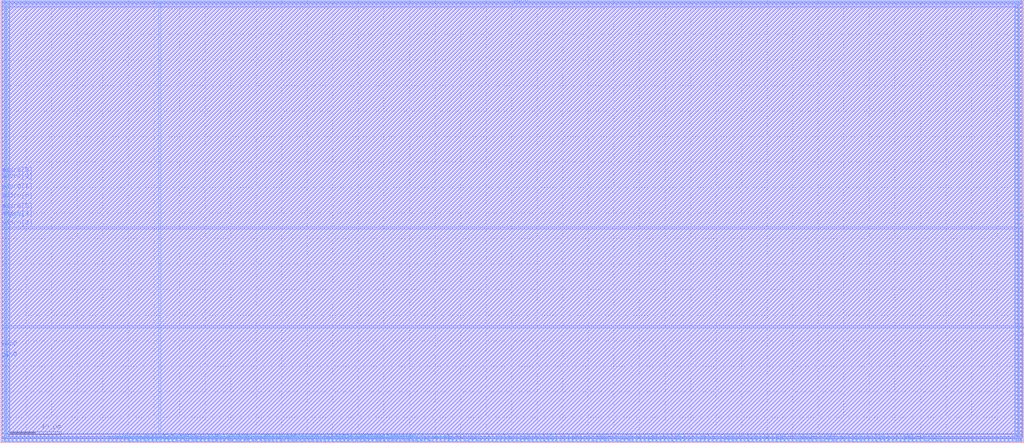
<source format=lef>
VERSION 5.4 ;
NAMESCASESENSITIVE ON ;
BUSBITCHARS "[]" ;
DIVIDERCHAR "/" ;
UNITS
  DATABASE MICRONS 2000 ;
END UNITS
MACRO sram_1rw0r0w_32_1024_sky130
   CLASS BLOCK ;
   SIZE 800.74 BY 347.18 ;
   SYMMETRY X Y R90 ;
   PIN din0[0]
      DIRECTION INPUT ;
      PORT
         LAYER met4 ;
         RECT  124.44 0.0 124.82 0.38 ;
      END
   END din0[0]
   PIN din0[1]
      DIRECTION INPUT ;
      PORT
         LAYER met4 ;
         RECT  131.24 0.0 131.62 0.38 ;
      END
   END din0[1]
   PIN din0[2]
      DIRECTION INPUT ;
      PORT
         LAYER met4 ;
         RECT  136.0 0.0 136.38 0.38 ;
      END
   END din0[2]
   PIN din0[3]
      DIRECTION INPUT ;
      PORT
         LAYER met4 ;
         RECT  142.12 0.0 142.5 0.38 ;
      END
   END din0[3]
   PIN din0[4]
      DIRECTION INPUT ;
      PORT
         LAYER met4 ;
         RECT  148.92 0.0 149.3 0.38 ;
      END
   END din0[4]
   PIN din0[5]
      DIRECTION INPUT ;
      PORT
         LAYER met4 ;
         RECT  153.68 0.0 154.06 0.38 ;
      END
   END din0[5]
   PIN din0[6]
      DIRECTION INPUT ;
      PORT
         LAYER met4 ;
         RECT  160.48 0.0 160.86 0.38 ;
      END
   END din0[6]
   PIN din0[7]
      DIRECTION INPUT ;
      PORT
         LAYER met4 ;
         RECT  165.24 0.0 165.62 0.38 ;
      END
   END din0[7]
   PIN din0[8]
      DIRECTION INPUT ;
      PORT
         LAYER met4 ;
         RECT  172.04 0.0 172.42 0.38 ;
      END
   END din0[8]
   PIN din0[9]
      DIRECTION INPUT ;
      PORT
         LAYER met4 ;
         RECT  178.16 0.0 178.54 0.38 ;
      END
   END din0[9]
   PIN din0[10]
      DIRECTION INPUT ;
      PORT
         LAYER met4 ;
         RECT  183.6 0.0 183.98 0.38 ;
      END
   END din0[10]
   PIN din0[11]
      DIRECTION INPUT ;
      PORT
         LAYER met4 ;
         RECT  189.72 0.0 190.1 0.38 ;
      END
   END din0[11]
   PIN din0[12]
      DIRECTION INPUT ;
      PORT
         LAYER met4 ;
         RECT  195.16 0.0 195.54 0.38 ;
      END
   END din0[12]
   PIN din0[13]
      DIRECTION INPUT ;
      PORT
         LAYER met4 ;
         RECT  201.28 0.0 201.66 0.38 ;
      END
   END din0[13]
   PIN din0[14]
      DIRECTION INPUT ;
      PORT
         LAYER met4 ;
         RECT  206.04 0.0 206.42 0.38 ;
      END
   END din0[14]
   PIN din0[15]
      DIRECTION INPUT ;
      PORT
         LAYER met4 ;
         RECT  212.84 0.0 213.22 0.38 ;
      END
   END din0[15]
   PIN din0[16]
      DIRECTION INPUT ;
      PORT
         LAYER met4 ;
         RECT  218.96 0.0 219.34 0.38 ;
      END
   END din0[16]
   PIN din0[17]
      DIRECTION INPUT ;
      PORT
         LAYER met4 ;
         RECT  224.4 0.0 224.78 0.38 ;
      END
   END din0[17]
   PIN din0[18]
      DIRECTION INPUT ;
      PORT
         LAYER met4 ;
         RECT  230.52 0.0 230.9 0.38 ;
      END
   END din0[18]
   PIN din0[19]
      DIRECTION INPUT ;
      PORT
         LAYER met4 ;
         RECT  235.96 0.0 236.34 0.38 ;
      END
   END din0[19]
   PIN din0[20]
      DIRECTION INPUT ;
      PORT
         LAYER met4 ;
         RECT  242.08 0.0 242.46 0.38 ;
      END
   END din0[20]
   PIN din0[21]
      DIRECTION INPUT ;
      PORT
         LAYER met4 ;
         RECT  248.2 0.0 248.58 0.38 ;
      END
   END din0[21]
   PIN din0[22]
      DIRECTION INPUT ;
      PORT
         LAYER met4 ;
         RECT  253.64 0.0 254.02 0.38 ;
      END
   END din0[22]
   PIN din0[23]
      DIRECTION INPUT ;
      PORT
         LAYER met4 ;
         RECT  259.76 0.0 260.14 0.38 ;
      END
   END din0[23]
   PIN din0[24]
      DIRECTION INPUT ;
      PORT
         LAYER met4 ;
         RECT  264.52 0.0 264.9 0.38 ;
      END
   END din0[24]
   PIN din0[25]
      DIRECTION INPUT ;
      PORT
         LAYER met4 ;
         RECT  271.32 0.0 271.7 0.38 ;
      END
   END din0[25]
   PIN din0[26]
      DIRECTION INPUT ;
      PORT
         LAYER met4 ;
         RECT  276.08 0.0 276.46 0.38 ;
      END
   END din0[26]
   PIN din0[27]
      DIRECTION INPUT ;
      PORT
         LAYER met4 ;
         RECT  282.2 0.0 282.58 0.38 ;
      END
   END din0[27]
   PIN din0[28]
      DIRECTION INPUT ;
      PORT
         LAYER met4 ;
         RECT  288.32 0.0 288.7 0.38 ;
      END
   END din0[28]
   PIN din0[29]
      DIRECTION INPUT ;
      PORT
         LAYER met4 ;
         RECT  293.76 0.0 294.14 0.38 ;
      END
   END din0[29]
   PIN din0[30]
      DIRECTION INPUT ;
      PORT
         LAYER met4 ;
         RECT  300.56 0.0 300.94 0.38 ;
      END
   END din0[30]
   PIN din0[31]
      DIRECTION INPUT ;
      PORT
         LAYER met4 ;
         RECT  305.32 0.0 305.7 0.38 ;
      END
   END din0[31]
   PIN din0[32]
      DIRECTION INPUT ;
      PORT
         LAYER met4 ;
         RECT  312.12 0.0 312.5 0.38 ;
      END
   END din0[32]
   PIN addr0[0]
      DIRECTION INPUT ;
      PORT
         LAYER met4 ;
         RECT  83.64 0.0 84.02 0.38 ;
      END
   END addr0[0]
   PIN addr0[1]
      DIRECTION INPUT ;
      PORT
         LAYER met4 ;
         RECT  89.76 0.0 90.14 0.38 ;
      END
   END addr0[1]
   PIN addr0[2]
      DIRECTION INPUT ;
      PORT
         LAYER met4 ;
         RECT  95.2 0.0 95.58 0.38 ;
      END
   END addr0[2]
   PIN addr0[3]
      DIRECTION INPUT ;
      PORT
         LAYER met3 ;
         RECT  0.0 167.96 0.38 168.34 ;
      END
   END addr0[3]
   PIN addr0[4]
      DIRECTION INPUT ;
      PORT
         LAYER met3 ;
         RECT  0.0 175.44 0.38 175.82 ;
      END
   END addr0[4]
   PIN addr0[5]
      DIRECTION INPUT ;
      PORT
         LAYER met3 ;
         RECT  0.0 181.56 0.38 181.94 ;
      END
   END addr0[5]
   PIN addr0[6]
      DIRECTION INPUT ;
      PORT
         LAYER met3 ;
         RECT  0.0 189.72 0.38 190.1 ;
      END
   END addr0[6]
   PIN addr0[7]
      DIRECTION INPUT ;
      PORT
         LAYER met3 ;
         RECT  0.0 196.52 0.38 196.9 ;
      END
   END addr0[7]
   PIN addr0[8]
      DIRECTION INPUT ;
      PORT
         LAYER met3 ;
         RECT  0.0 204.68 0.38 205.06 ;
      END
   END addr0[8]
   PIN addr0[9]
      DIRECTION INPUT ;
      PORT
         LAYER met3 ;
         RECT  0.0 209.44 0.38 209.82 ;
      END
   END addr0[9]
   PIN csb0
      DIRECTION INPUT ;
      PORT
         LAYER met3 ;
         RECT  0.0 64.6 0.38 64.98 ;
      END
   END csb0
   PIN web0
      DIRECTION INPUT ;
      PORT
         LAYER met3 ;
         RECT  0.0 73.44 0.38 73.82 ;
      END
   END web0
   PIN clk0
      DIRECTION INPUT ;
      PORT
         LAYER met3 ;
         RECT  0.0 65.28 0.38 65.66 ;
      END
   END clk0
   PIN wmask0[0]
      DIRECTION INPUT ;
      PORT
         LAYER met4 ;
         RECT  101.32 0.0 101.7 0.38 ;
      END
   END wmask0[0]
   PIN wmask0[1]
      DIRECTION INPUT ;
      PORT
         LAYER met4 ;
         RECT  107.44 0.0 107.82 0.38 ;
      END
   END wmask0[1]
   PIN wmask0[2]
      DIRECTION INPUT ;
      PORT
         LAYER met4 ;
         RECT  113.56 0.0 113.94 0.38 ;
      END
   END wmask0[2]
   PIN wmask0[3]
      DIRECTION INPUT ;
      PORT
         LAYER met4 ;
         RECT  119.68 0.0 120.06 0.38 ;
      END
   END wmask0[3]
   PIN spare_wen0[0]
      DIRECTION INPUT ;
      PORT
         LAYER met4 ;
         RECT  317.56 0.0 317.94 0.38 ;
      END
   END spare_wen0[0]
   PIN dout0[0]
      DIRECTION OUTPUT ;
      PORT
         LAYER met4 ;
         RECT  145.52 0.0 145.9 0.38 ;
      END
   END dout0[0]
   PIN dout0[1]
      DIRECTION OUTPUT ;
      PORT
         LAYER met4 ;
         RECT  167.28 0.0 167.66 0.38 ;
      END
   END dout0[1]
   PIN dout0[2]
      DIRECTION OUTPUT ;
      PORT
         LAYER met4 ;
         RECT  187.0 0.0 187.38 0.38 ;
      END
   END dout0[2]
   PIN dout0[3]
      DIRECTION OUTPUT ;
      PORT
         LAYER met4 ;
         RECT  207.4 0.0 207.78 0.38 ;
      END
   END dout0[3]
   PIN dout0[4]
      DIRECTION OUTPUT ;
      PORT
         LAYER met4 ;
         RECT  227.12 0.0 227.5 0.38 ;
      END
   END dout0[4]
   PIN dout0[5]
      DIRECTION OUTPUT ;
      PORT
         LAYER met4 ;
         RECT  247.52 0.0 247.9 0.38 ;
      END
   END dout0[5]
   PIN dout0[6]
      DIRECTION OUTPUT ;
      PORT
         LAYER met4 ;
         RECT  267.24 0.0 267.62 0.38 ;
      END
   END dout0[6]
   PIN dout0[7]
      DIRECTION OUTPUT ;
      PORT
         LAYER met4 ;
         RECT  286.28 0.0 286.66 0.38 ;
      END
   END dout0[7]
   PIN dout0[8]
      DIRECTION OUTPUT ;
      PORT
         LAYER met4 ;
         RECT  306.0 0.0 306.38 0.38 ;
      END
   END dout0[8]
   PIN dout0[9]
      DIRECTION OUTPUT ;
      PORT
         LAYER met4 ;
         RECT  327.08 0.0 327.46 0.38 ;
      END
   END dout0[9]
   PIN dout0[10]
      DIRECTION OUTPUT ;
      PORT
         LAYER met4 ;
         RECT  346.8 0.0 347.18 0.38 ;
      END
   END dout0[10]
   PIN dout0[11]
      DIRECTION OUTPUT ;
      PORT
         LAYER met4 ;
         RECT  367.2 0.0 367.58 0.38 ;
      END
   END dout0[11]
   PIN dout0[12]
      DIRECTION OUTPUT ;
      PORT
         LAYER met4 ;
         RECT  386.92 0.0 387.3 0.38 ;
      END
   END dout0[12]
   PIN dout0[13]
      DIRECTION OUTPUT ;
      PORT
         LAYER met4 ;
         RECT  407.32 0.0 407.7 0.38 ;
      END
   END dout0[13]
   PIN dout0[14]
      DIRECTION OUTPUT ;
      PORT
         LAYER met4 ;
         RECT  427.04 0.0 427.42 0.38 ;
      END
   END dout0[14]
   PIN dout0[15]
      DIRECTION OUTPUT ;
      PORT
         LAYER met4 ;
         RECT  446.76 0.0 447.14 0.38 ;
      END
   END dout0[15]
   PIN dout0[16]
      DIRECTION OUTPUT ;
      PORT
         LAYER met4 ;
         RECT  465.8 0.0 466.18 0.38 ;
      END
   END dout0[16]
   PIN dout0[17]
      DIRECTION OUTPUT ;
      PORT
         LAYER met4 ;
         RECT  486.88 0.0 487.26 0.38 ;
      END
   END dout0[17]
   PIN dout0[18]
      DIRECTION OUTPUT ;
      PORT
         LAYER met4 ;
         RECT  507.28 0.0 507.66 0.38 ;
      END
   END dout0[18]
   PIN dout0[19]
      DIRECTION OUTPUT ;
      PORT
         LAYER met4 ;
         RECT  527.0 0.0 527.38 0.38 ;
      END
   END dout0[19]
   PIN dout0[20]
      DIRECTION OUTPUT ;
      PORT
         LAYER met4 ;
         RECT  546.72 0.0 547.1 0.38 ;
      END
   END dout0[20]
   PIN dout0[21]
      DIRECTION OUTPUT ;
      PORT
         LAYER met4 ;
         RECT  567.12 0.0 567.5 0.38 ;
      END
   END dout0[21]
   PIN dout0[22]
      DIRECTION OUTPUT ;
      PORT
         LAYER met4 ;
         RECT  586.84 0.0 587.22 0.38 ;
      END
   END dout0[22]
   PIN dout0[23]
      DIRECTION OUTPUT ;
      PORT
         LAYER met4 ;
         RECT  607.24 0.0 607.62 0.38 ;
      END
   END dout0[23]
   PIN dout0[24]
      DIRECTION OUTPUT ;
      PORT
         LAYER met4 ;
         RECT  625.6 0.0 625.98 0.38 ;
      END
   END dout0[24]
   PIN dout0[25]
      DIRECTION OUTPUT ;
      PORT
         LAYER met4 ;
         RECT  646.68 0.0 647.06 0.38 ;
      END
   END dout0[25]
   PIN dout0[26]
      DIRECTION OUTPUT ;
      PORT
         LAYER met4 ;
         RECT  667.08 0.0 667.46 0.38 ;
      END
   END dout0[26]
   PIN dout0[27]
      DIRECTION OUTPUT ;
      PORT
         LAYER met4 ;
         RECT  686.8 0.0 687.18 0.38 ;
      END
   END dout0[27]
   PIN dout0[28]
      DIRECTION OUTPUT ;
      PORT
         LAYER met4 ;
         RECT  707.2 0.0 707.58 0.38 ;
      END
   END dout0[28]
   PIN dout0[29]
      DIRECTION OUTPUT ;
      PORT
         LAYER met3 ;
         RECT  800.36 90.44 800.74 90.82 ;
      END
   END dout0[29]
   PIN dout0[30]
      DIRECTION OUTPUT ;
      PORT
         LAYER met3 ;
         RECT  800.36 84.32 800.74 84.7 ;
      END
   END dout0[30]
   PIN dout0[31]
      DIRECTION OUTPUT ;
      PORT
         LAYER met3 ;
         RECT  800.36 89.76 800.74 90.14 ;
      END
   END dout0[31]
   PIN dout0[32]
      DIRECTION OUTPUT ;
      PORT
         LAYER met3 ;
         RECT  800.36 85.0 800.74 85.38 ;
      END
   END dout0[32]
   PIN vpwr
      DIRECTION INOUT ;
      USE POWER ; 
      SHAPE ABUTMENT ; 
      PORT
         LAYER met4 ;
         RECT  1.36 1.36 3.1 347.18 ;
         LAYER met3 ;
         RECT  1.36 1.36 799.38 3.1 ;
         LAYER met4 ;
         RECT  797.64 1.36 799.38 347.18 ;
         LAYER met3 ;
         RECT  1.36 345.44 799.38 347.18 ;
      END
   END vpwr
   PIN vgnd
      DIRECTION INOUT ;
      USE GROUND ; 
      SHAPE ABUTMENT ; 
      PORT
         LAYER met3 ;
         RECT  4.76 4.76 795.98 6.5 ;
         LAYER met4 ;
         RECT  794.24 4.76 795.98 343.78 ;
         LAYER met3 ;
         RECT  4.76 342.04 795.98 343.78 ;
         LAYER met4 ;
         RECT  4.76 4.76 6.5 343.78 ;
      END
   END vgnd
   OBS
   LAYER  met1 ;
      RECT  0.62 0.62 800.12 346.56 ;
   LAYER  met2 ;
      RECT  0.62 0.62 800.12 346.56 ;
   LAYER  met3 ;
      RECT  0.98 167.36 800.12 168.94 ;
      RECT  0.62 168.94 0.98 174.84 ;
      RECT  0.62 176.42 0.98 180.96 ;
      RECT  0.62 182.54 0.98 189.12 ;
      RECT  0.62 190.7 0.98 195.92 ;
      RECT  0.62 197.5 0.98 204.08 ;
      RECT  0.62 205.66 0.98 208.84 ;
      RECT  0.62 74.42 0.98 167.36 ;
      RECT  0.62 66.26 0.98 72.84 ;
      RECT  0.98 89.84 799.76 91.42 ;
      RECT  0.98 91.42 799.76 167.36 ;
      RECT  799.76 91.42 800.12 167.36 ;
      RECT  799.76 85.98 800.12 89.16 ;
      RECT  0.62 0.62 0.76 0.76 ;
      RECT  0.62 0.76 0.76 3.7 ;
      RECT  0.62 3.7 0.76 64.0 ;
      RECT  0.76 0.62 0.98 0.76 ;
      RECT  0.76 3.7 0.98 64.0 ;
      RECT  0.98 0.62 799.76 0.76 ;
      RECT  799.76 0.62 799.98 0.76 ;
      RECT  799.76 3.7 799.98 83.72 ;
      RECT  799.98 0.62 800.12 0.76 ;
      RECT  799.98 0.76 800.12 3.7 ;
      RECT  799.98 3.7 800.12 83.72 ;
      RECT  799.98 168.94 800.12 344.84 ;
      RECT  799.98 344.84 800.12 346.56 ;
      RECT  0.62 210.42 0.76 344.84 ;
      RECT  0.62 344.84 0.76 346.56 ;
      RECT  0.76 210.42 0.98 344.84 ;
      RECT  0.98 3.7 4.16 4.16 ;
      RECT  0.98 4.16 4.16 7.1 ;
      RECT  0.98 7.1 4.16 89.84 ;
      RECT  4.16 3.7 796.58 4.16 ;
      RECT  4.16 7.1 796.58 89.84 ;
      RECT  796.58 3.7 799.76 4.16 ;
      RECT  796.58 4.16 799.76 7.1 ;
      RECT  796.58 7.1 799.76 89.84 ;
      RECT  0.98 168.94 4.16 341.44 ;
      RECT  0.98 341.44 4.16 344.38 ;
      RECT  0.98 344.38 4.16 344.84 ;
      RECT  4.16 168.94 796.58 341.44 ;
      RECT  4.16 344.38 796.58 344.84 ;
      RECT  796.58 168.94 799.98 341.44 ;
      RECT  796.58 341.44 799.98 344.38 ;
      RECT  796.58 344.38 799.98 344.84 ;
   LAYER  met4 ;
      RECT  123.84 0.98 125.42 346.56 ;
      RECT  125.42 0.62 130.64 0.98 ;
      RECT  132.22 0.62 135.4 0.98 ;
      RECT  136.98 0.62 141.52 0.98 ;
      RECT  149.9 0.62 153.08 0.98 ;
      RECT  154.66 0.62 159.88 0.98 ;
      RECT  161.46 0.62 164.64 0.98 ;
      RECT  173.02 0.62 177.56 0.98 ;
      RECT  179.14 0.62 183.0 0.98 ;
      RECT  190.7 0.62 194.56 0.98 ;
      RECT  196.14 0.62 200.68 0.98 ;
      RECT  202.26 0.62 205.44 0.98 ;
      RECT  213.82 0.62 218.36 0.98 ;
      RECT  219.94 0.62 223.8 0.98 ;
      RECT  231.5 0.62 235.36 0.98 ;
      RECT  236.94 0.62 241.48 0.98 ;
      RECT  249.18 0.62 253.04 0.98 ;
      RECT  254.62 0.62 259.16 0.98 ;
      RECT  260.74 0.62 263.92 0.98 ;
      RECT  272.3 0.62 275.48 0.98 ;
      RECT  277.06 0.62 281.6 0.98 ;
      RECT  289.3 0.62 293.16 0.98 ;
      RECT  294.74 0.62 299.96 0.98 ;
      RECT  301.54 0.62 304.72 0.98 ;
      RECT  84.62 0.62 89.16 0.98 ;
      RECT  90.74 0.62 94.6 0.98 ;
      RECT  96.18 0.62 100.72 0.98 ;
      RECT  102.3 0.62 106.84 0.98 ;
      RECT  108.42 0.62 112.96 0.98 ;
      RECT  114.54 0.62 119.08 0.98 ;
      RECT  120.66 0.62 123.84 0.98 ;
      RECT  313.1 0.62 316.96 0.98 ;
      RECT  143.1 0.62 144.92 0.98 ;
      RECT  146.5 0.62 148.32 0.98 ;
      RECT  166.22 0.62 166.68 0.98 ;
      RECT  168.26 0.62 171.44 0.98 ;
      RECT  184.58 0.62 186.4 0.98 ;
      RECT  187.98 0.62 189.12 0.98 ;
      RECT  208.38 0.62 212.24 0.98 ;
      RECT  225.38 0.62 226.52 0.98 ;
      RECT  228.1 0.62 229.92 0.98 ;
      RECT  243.06 0.62 246.92 0.98 ;
      RECT  265.5 0.62 266.64 0.98 ;
      RECT  268.22 0.62 270.72 0.98 ;
      RECT  283.18 0.62 285.68 0.98 ;
      RECT  287.26 0.62 287.72 0.98 ;
      RECT  306.98 0.62 311.52 0.98 ;
      RECT  318.54 0.62 326.48 0.98 ;
      RECT  328.06 0.62 346.2 0.98 ;
      RECT  347.78 0.62 366.6 0.98 ;
      RECT  368.18 0.62 386.32 0.98 ;
      RECT  387.9 0.62 406.72 0.98 ;
      RECT  408.3 0.62 426.44 0.98 ;
      RECT  428.02 0.62 446.16 0.98 ;
      RECT  447.74 0.62 465.2 0.98 ;
      RECT  466.78 0.62 486.28 0.98 ;
      RECT  487.86 0.62 506.68 0.98 ;
      RECT  508.26 0.62 526.4 0.98 ;
      RECT  527.98 0.62 546.12 0.98 ;
      RECT  547.7 0.62 566.52 0.98 ;
      RECT  568.1 0.62 586.24 0.98 ;
      RECT  587.82 0.62 606.64 0.98 ;
      RECT  608.22 0.62 625.0 0.98 ;
      RECT  626.58 0.62 646.08 0.98 ;
      RECT  647.66 0.62 666.48 0.98 ;
      RECT  668.06 0.62 686.2 0.98 ;
      RECT  687.78 0.62 706.6 0.98 ;
      RECT  0.62 0.98 0.76 346.56 ;
      RECT  0.62 0.62 0.76 0.76 ;
      RECT  0.62 0.76 0.76 0.98 ;
      RECT  0.76 0.62 3.7 0.76 ;
      RECT  3.7 0.62 83.04 0.76 ;
      RECT  3.7 0.76 83.04 0.98 ;
      RECT  799.98 0.98 800.12 346.56 ;
      RECT  708.18 0.62 797.04 0.76 ;
      RECT  708.18 0.76 797.04 0.98 ;
      RECT  797.04 0.62 799.98 0.76 ;
      RECT  799.98 0.62 800.12 0.76 ;
      RECT  799.98 0.76 800.12 0.98 ;
      RECT  125.42 0.98 793.64 4.16 ;
      RECT  125.42 4.16 793.64 344.38 ;
      RECT  125.42 344.38 793.64 346.56 ;
      RECT  793.64 0.98 796.58 4.16 ;
      RECT  793.64 344.38 796.58 346.56 ;
      RECT  796.58 0.98 797.04 4.16 ;
      RECT  796.58 4.16 797.04 344.38 ;
      RECT  796.58 344.38 797.04 346.56 ;
      RECT  3.7 0.98 4.16 4.16 ;
      RECT  3.7 4.16 4.16 344.38 ;
      RECT  3.7 344.38 4.16 346.56 ;
      RECT  4.16 0.98 7.1 4.16 ;
      RECT  4.16 344.38 7.1 346.56 ;
      RECT  7.1 0.98 123.84 4.16 ;
      RECT  7.1 4.16 123.84 344.38 ;
      RECT  7.1 344.38 123.84 346.56 ;
   END
END    sram_1rw0r0w_32_1024_sky130
END    LIBRARY

</source>
